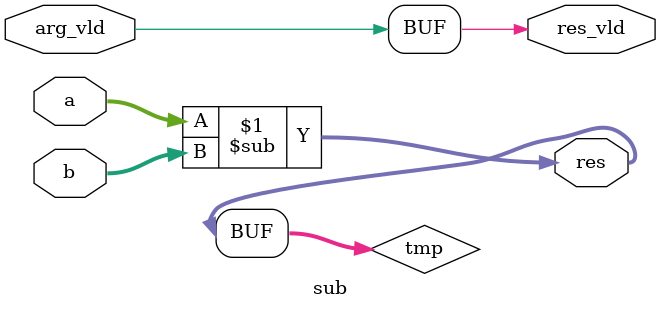
<source format=sv>
module sub
#(
    parameter ARG_WIDTH = 32,
    parameter RES_WIDTH = ARG_WIDTH + 1
)
(
    input                           arg_vld,
    input  signed [ARG_WIDTH - 1:0] a,
    input  signed [ARG_WIDTH - 1:0] b,
    output                          res_vld,
    output signed [RES_WIDTH - 1:0] res
);

    logic                       overflow;
    logic signed [ARG_WIDTH :0] tmp;

    assign tmp      = a - b;
    assign overflow = tmp[ARG_WIDTH] ^ tmp[ARG_WIDTH-1]; // !=
    assign res      = tmp[RES_WIDTH - 1:0];
    
    // alternative
    // assign res      = a - b;
    // assign overflow = (a[WIDTH - 1] ~^ b[WIDTH - 1]) && (res[WIDTH - 1] ^ a[WIDTH - 1]);

    assign res_vld  = arg_vld;
    
endmodule
</source>
